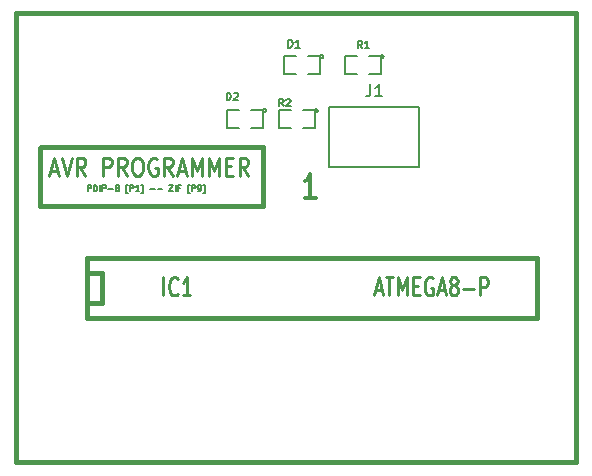
<source format=gto>
G04 (created by PCBNEW-RS274X (2010-00-09 BZR 23xx)-stable) date Sun 16 Oct 2011 03:02:59 PM EDT*
G01*
G70*
G90*
%MOIN*%
G04 Gerber Fmt 3.4, Leading zero omitted, Abs format*
%FSLAX34Y34*%
G04 APERTURE LIST*
%ADD10C,0.006000*%
%ADD11C,0.015000*%
%ADD12C,0.005000*%
%ADD13C,0.010000*%
%ADD14C,0.012000*%
%ADD15C,0.008000*%
%ADD16C,0.011300*%
G04 APERTURE END LIST*
G54D10*
G54D11*
X26060Y-28050D02*
X26060Y-26130D01*
X33490Y-28050D02*
X26060Y-28050D01*
X33490Y-26110D02*
X33490Y-28050D01*
X26090Y-26110D02*
X33490Y-26110D01*
G54D12*
X27636Y-27571D02*
X27636Y-27371D01*
X27712Y-27371D01*
X27731Y-27380D01*
X27740Y-27390D01*
X27750Y-27409D01*
X27750Y-27438D01*
X27740Y-27457D01*
X27731Y-27466D01*
X27712Y-27476D01*
X27636Y-27476D01*
X27836Y-27571D02*
X27836Y-27371D01*
X27883Y-27371D01*
X27912Y-27380D01*
X27931Y-27400D01*
X27940Y-27419D01*
X27950Y-27457D01*
X27950Y-27485D01*
X27940Y-27523D01*
X27931Y-27542D01*
X27912Y-27561D01*
X27883Y-27571D01*
X27836Y-27571D01*
X28036Y-27571D02*
X28036Y-27371D01*
X28131Y-27571D02*
X28131Y-27371D01*
X28207Y-27371D01*
X28226Y-27380D01*
X28235Y-27390D01*
X28245Y-27409D01*
X28245Y-27438D01*
X28235Y-27457D01*
X28226Y-27466D01*
X28207Y-27476D01*
X28131Y-27476D01*
X28331Y-27495D02*
X28483Y-27495D01*
X28607Y-27457D02*
X28588Y-27447D01*
X28579Y-27438D01*
X28569Y-27419D01*
X28569Y-27409D01*
X28579Y-27390D01*
X28588Y-27380D01*
X28607Y-27371D01*
X28645Y-27371D01*
X28664Y-27380D01*
X28674Y-27390D01*
X28683Y-27409D01*
X28683Y-27419D01*
X28674Y-27438D01*
X28664Y-27447D01*
X28645Y-27457D01*
X28607Y-27457D01*
X28588Y-27466D01*
X28579Y-27476D01*
X28569Y-27495D01*
X28569Y-27533D01*
X28579Y-27552D01*
X28588Y-27561D01*
X28607Y-27571D01*
X28645Y-27571D01*
X28664Y-27561D01*
X28674Y-27552D01*
X28683Y-27533D01*
X28683Y-27495D01*
X28674Y-27476D01*
X28664Y-27466D01*
X28645Y-27457D01*
X28978Y-27638D02*
X28930Y-27638D01*
X28930Y-27352D01*
X28978Y-27352D01*
X29054Y-27571D02*
X29054Y-27371D01*
X29130Y-27371D01*
X29149Y-27380D01*
X29158Y-27390D01*
X29168Y-27409D01*
X29168Y-27438D01*
X29158Y-27457D01*
X29149Y-27466D01*
X29130Y-27476D01*
X29054Y-27476D01*
X29358Y-27571D02*
X29244Y-27571D01*
X29301Y-27571D02*
X29301Y-27371D01*
X29282Y-27400D01*
X29263Y-27419D01*
X29244Y-27428D01*
X29425Y-27638D02*
X29472Y-27638D01*
X29472Y-27352D01*
X29425Y-27352D01*
X29729Y-27495D02*
X29881Y-27495D01*
X29977Y-27495D02*
X30129Y-27495D01*
X30358Y-27371D02*
X30491Y-27371D01*
X30358Y-27571D01*
X30491Y-27571D01*
X30567Y-27571D02*
X30567Y-27371D01*
X30728Y-27466D02*
X30662Y-27466D01*
X30662Y-27571D02*
X30662Y-27371D01*
X30757Y-27371D01*
X31042Y-27638D02*
X30994Y-27638D01*
X30994Y-27352D01*
X31042Y-27352D01*
X31118Y-27571D02*
X31118Y-27371D01*
X31194Y-27371D01*
X31213Y-27380D01*
X31222Y-27390D01*
X31232Y-27409D01*
X31232Y-27438D01*
X31222Y-27457D01*
X31213Y-27466D01*
X31194Y-27476D01*
X31118Y-27476D01*
X31327Y-27571D02*
X31365Y-27571D01*
X31384Y-27561D01*
X31394Y-27552D01*
X31413Y-27523D01*
X31422Y-27485D01*
X31422Y-27409D01*
X31413Y-27390D01*
X31403Y-27380D01*
X31384Y-27371D01*
X31346Y-27371D01*
X31327Y-27380D01*
X31318Y-27390D01*
X31308Y-27409D01*
X31308Y-27457D01*
X31318Y-27476D01*
X31327Y-27485D01*
X31346Y-27495D01*
X31384Y-27495D01*
X31403Y-27485D01*
X31413Y-27476D01*
X31422Y-27457D01*
X31489Y-27638D02*
X31536Y-27638D01*
X31536Y-27352D01*
X31489Y-27352D01*
G54D13*
X26392Y-26881D02*
X26630Y-26881D01*
X26345Y-27053D02*
X26511Y-26453D01*
X26678Y-27053D01*
X26774Y-26453D02*
X26940Y-27053D01*
X27107Y-26453D01*
X27560Y-27053D02*
X27393Y-26767D01*
X27274Y-27053D02*
X27274Y-26453D01*
X27465Y-26453D01*
X27512Y-26481D01*
X27536Y-26510D01*
X27560Y-26567D01*
X27560Y-26653D01*
X27536Y-26710D01*
X27512Y-26739D01*
X27465Y-26767D01*
X27274Y-26767D01*
X28155Y-27053D02*
X28155Y-26453D01*
X28346Y-26453D01*
X28393Y-26481D01*
X28417Y-26510D01*
X28441Y-26567D01*
X28441Y-26653D01*
X28417Y-26710D01*
X28393Y-26739D01*
X28346Y-26767D01*
X28155Y-26767D01*
X28941Y-27053D02*
X28774Y-26767D01*
X28655Y-27053D02*
X28655Y-26453D01*
X28846Y-26453D01*
X28893Y-26481D01*
X28917Y-26510D01*
X28941Y-26567D01*
X28941Y-26653D01*
X28917Y-26710D01*
X28893Y-26739D01*
X28846Y-26767D01*
X28655Y-26767D01*
X29250Y-26453D02*
X29346Y-26453D01*
X29393Y-26481D01*
X29441Y-26539D01*
X29465Y-26653D01*
X29465Y-26853D01*
X29441Y-26967D01*
X29393Y-27024D01*
X29346Y-27053D01*
X29250Y-27053D01*
X29203Y-27024D01*
X29155Y-26967D01*
X29131Y-26853D01*
X29131Y-26653D01*
X29155Y-26539D01*
X29203Y-26481D01*
X29250Y-26453D01*
X29941Y-26481D02*
X29893Y-26453D01*
X29822Y-26453D01*
X29750Y-26481D01*
X29703Y-26539D01*
X29679Y-26596D01*
X29655Y-26710D01*
X29655Y-26796D01*
X29679Y-26910D01*
X29703Y-26967D01*
X29750Y-27024D01*
X29822Y-27053D01*
X29870Y-27053D01*
X29941Y-27024D01*
X29965Y-26996D01*
X29965Y-26796D01*
X29870Y-26796D01*
X30465Y-27053D02*
X30298Y-26767D01*
X30179Y-27053D02*
X30179Y-26453D01*
X30370Y-26453D01*
X30417Y-26481D01*
X30441Y-26510D01*
X30465Y-26567D01*
X30465Y-26653D01*
X30441Y-26710D01*
X30417Y-26739D01*
X30370Y-26767D01*
X30179Y-26767D01*
X30655Y-26881D02*
X30893Y-26881D01*
X30608Y-27053D02*
X30774Y-26453D01*
X30941Y-27053D01*
X31108Y-27053D02*
X31108Y-26453D01*
X31275Y-26881D01*
X31441Y-26453D01*
X31441Y-27053D01*
X31679Y-27053D02*
X31679Y-26453D01*
X31846Y-26881D01*
X32012Y-26453D01*
X32012Y-27053D01*
X32250Y-26739D02*
X32417Y-26739D01*
X32488Y-27053D02*
X32250Y-27053D01*
X32250Y-26453D01*
X32488Y-26453D01*
X32988Y-27053D02*
X32821Y-26767D01*
X32702Y-27053D02*
X32702Y-26453D01*
X32893Y-26453D01*
X32940Y-26481D01*
X32964Y-26510D01*
X32988Y-26567D01*
X32988Y-26653D01*
X32964Y-26710D01*
X32940Y-26739D01*
X32893Y-26767D01*
X32702Y-26767D01*
G54D14*
X35232Y-27794D02*
X34889Y-27794D01*
X35061Y-27794D02*
X35061Y-26994D01*
X35004Y-27108D01*
X34946Y-27184D01*
X34889Y-27222D01*
G54D11*
X25260Y-21640D02*
X25270Y-21640D01*
X25260Y-36610D02*
X25260Y-21640D01*
X43910Y-36610D02*
X25260Y-36610D01*
X43910Y-21630D02*
X43910Y-36610D01*
X25280Y-21630D02*
X43910Y-21630D01*
X27600Y-29800D02*
X42600Y-29800D01*
X42600Y-29800D02*
X42600Y-31800D01*
X42600Y-31800D02*
X27600Y-31800D01*
X27600Y-31800D02*
X27600Y-29800D01*
X27600Y-30300D02*
X28100Y-30300D01*
X28100Y-30300D02*
X28100Y-31300D01*
X28100Y-31300D02*
X27600Y-31300D01*
G54D15*
X38690Y-26750D02*
X35690Y-26750D01*
X35690Y-24750D02*
X38690Y-24750D01*
X38690Y-24750D02*
X38690Y-26750D01*
X35690Y-26750D02*
X35690Y-24750D01*
G54D12*
X35300Y-24880D02*
X35299Y-24889D01*
X35296Y-24899D01*
X35291Y-24907D01*
X35285Y-24915D01*
X35277Y-24921D01*
X35269Y-24926D01*
X35260Y-24928D01*
X35250Y-24929D01*
X35241Y-24929D01*
X35232Y-24926D01*
X35223Y-24921D01*
X35216Y-24915D01*
X35209Y-24908D01*
X35205Y-24899D01*
X35202Y-24890D01*
X35201Y-24880D01*
X35201Y-24871D01*
X35204Y-24862D01*
X35208Y-24853D01*
X35215Y-24846D01*
X35222Y-24839D01*
X35230Y-24835D01*
X35240Y-24832D01*
X35249Y-24831D01*
X35258Y-24831D01*
X35268Y-24834D01*
X35276Y-24838D01*
X35284Y-24844D01*
X35290Y-24852D01*
X35295Y-24860D01*
X35298Y-24869D01*
X35299Y-24879D01*
X35300Y-24880D01*
X34800Y-24880D02*
X35200Y-24880D01*
X35200Y-24880D02*
X35200Y-25480D01*
X35200Y-25480D02*
X34800Y-25480D01*
X34400Y-25480D02*
X34000Y-25480D01*
X34000Y-25480D02*
X34000Y-24880D01*
X34000Y-24880D02*
X34400Y-24880D01*
X37500Y-23070D02*
X37499Y-23079D01*
X37496Y-23089D01*
X37491Y-23097D01*
X37485Y-23105D01*
X37477Y-23111D01*
X37469Y-23116D01*
X37460Y-23118D01*
X37450Y-23119D01*
X37441Y-23119D01*
X37432Y-23116D01*
X37423Y-23111D01*
X37416Y-23105D01*
X37409Y-23098D01*
X37405Y-23089D01*
X37402Y-23080D01*
X37401Y-23070D01*
X37401Y-23061D01*
X37404Y-23052D01*
X37408Y-23043D01*
X37415Y-23036D01*
X37422Y-23029D01*
X37430Y-23025D01*
X37440Y-23022D01*
X37449Y-23021D01*
X37458Y-23021D01*
X37468Y-23024D01*
X37476Y-23028D01*
X37484Y-23034D01*
X37490Y-23042D01*
X37495Y-23050D01*
X37498Y-23059D01*
X37499Y-23069D01*
X37500Y-23070D01*
X37000Y-23070D02*
X37400Y-23070D01*
X37400Y-23070D02*
X37400Y-23670D01*
X37400Y-23670D02*
X37000Y-23670D01*
X36600Y-23670D02*
X36200Y-23670D01*
X36200Y-23670D02*
X36200Y-23070D01*
X36200Y-23070D02*
X36600Y-23070D01*
X33590Y-24870D02*
X33589Y-24879D01*
X33586Y-24889D01*
X33581Y-24897D01*
X33575Y-24905D01*
X33567Y-24911D01*
X33559Y-24916D01*
X33550Y-24918D01*
X33540Y-24919D01*
X33531Y-24919D01*
X33522Y-24916D01*
X33513Y-24911D01*
X33506Y-24905D01*
X33499Y-24898D01*
X33495Y-24889D01*
X33492Y-24880D01*
X33491Y-24870D01*
X33491Y-24861D01*
X33494Y-24852D01*
X33498Y-24843D01*
X33505Y-24836D01*
X33512Y-24829D01*
X33520Y-24825D01*
X33530Y-24822D01*
X33539Y-24821D01*
X33548Y-24821D01*
X33558Y-24824D01*
X33566Y-24828D01*
X33574Y-24834D01*
X33580Y-24842D01*
X33585Y-24850D01*
X33588Y-24859D01*
X33589Y-24869D01*
X33590Y-24870D01*
X33090Y-24870D02*
X33490Y-24870D01*
X33490Y-24870D02*
X33490Y-25470D01*
X33490Y-25470D02*
X33090Y-25470D01*
X32690Y-25470D02*
X32290Y-25470D01*
X32290Y-25470D02*
X32290Y-24870D01*
X32290Y-24870D02*
X32690Y-24870D01*
X35480Y-23080D02*
X35479Y-23089D01*
X35476Y-23099D01*
X35471Y-23107D01*
X35465Y-23115D01*
X35457Y-23121D01*
X35449Y-23126D01*
X35440Y-23128D01*
X35430Y-23129D01*
X35421Y-23129D01*
X35412Y-23126D01*
X35403Y-23121D01*
X35396Y-23115D01*
X35389Y-23108D01*
X35385Y-23099D01*
X35382Y-23090D01*
X35381Y-23080D01*
X35381Y-23071D01*
X35384Y-23062D01*
X35388Y-23053D01*
X35395Y-23046D01*
X35402Y-23039D01*
X35410Y-23035D01*
X35420Y-23032D01*
X35429Y-23031D01*
X35438Y-23031D01*
X35448Y-23034D01*
X35456Y-23038D01*
X35464Y-23044D01*
X35470Y-23052D01*
X35475Y-23060D01*
X35478Y-23069D01*
X35479Y-23079D01*
X35480Y-23080D01*
X34980Y-23080D02*
X35380Y-23080D01*
X35380Y-23080D02*
X35380Y-23680D01*
X35380Y-23680D02*
X34980Y-23680D01*
X34580Y-23680D02*
X34180Y-23680D01*
X34180Y-23680D02*
X34180Y-23080D01*
X34180Y-23080D02*
X34580Y-23080D01*
G54D16*
X30161Y-31043D02*
X30161Y-30443D01*
X30632Y-30986D02*
X30611Y-31014D01*
X30547Y-31043D01*
X30504Y-31043D01*
X30439Y-31014D01*
X30397Y-30957D01*
X30375Y-30900D01*
X30354Y-30786D01*
X30354Y-30700D01*
X30375Y-30586D01*
X30397Y-30529D01*
X30439Y-30471D01*
X30504Y-30443D01*
X30547Y-30443D01*
X30611Y-30471D01*
X30632Y-30500D01*
X31061Y-31043D02*
X30804Y-31043D01*
X30932Y-31043D02*
X30932Y-30443D01*
X30889Y-30529D01*
X30847Y-30586D01*
X30804Y-30614D01*
X37225Y-30871D02*
X37439Y-30871D01*
X37182Y-31043D02*
X37332Y-30443D01*
X37482Y-31043D01*
X37568Y-30443D02*
X37825Y-30443D01*
X37696Y-31043D02*
X37696Y-30443D01*
X37975Y-31043D02*
X37975Y-30443D01*
X38125Y-30871D01*
X38275Y-30443D01*
X38275Y-31043D01*
X38489Y-30729D02*
X38639Y-30729D01*
X38703Y-31043D02*
X38489Y-31043D01*
X38489Y-30443D01*
X38703Y-30443D01*
X39132Y-30471D02*
X39089Y-30443D01*
X39025Y-30443D01*
X38960Y-30471D01*
X38918Y-30529D01*
X38896Y-30586D01*
X38875Y-30700D01*
X38875Y-30786D01*
X38896Y-30900D01*
X38918Y-30957D01*
X38960Y-31014D01*
X39025Y-31043D01*
X39068Y-31043D01*
X39132Y-31014D01*
X39153Y-30986D01*
X39153Y-30786D01*
X39068Y-30786D01*
X39325Y-30871D02*
X39539Y-30871D01*
X39282Y-31043D02*
X39432Y-30443D01*
X39582Y-31043D01*
X39796Y-30700D02*
X39754Y-30671D01*
X39732Y-30643D01*
X39711Y-30586D01*
X39711Y-30557D01*
X39732Y-30500D01*
X39754Y-30471D01*
X39796Y-30443D01*
X39882Y-30443D01*
X39925Y-30471D01*
X39946Y-30500D01*
X39968Y-30557D01*
X39968Y-30586D01*
X39946Y-30643D01*
X39925Y-30671D01*
X39882Y-30700D01*
X39796Y-30700D01*
X39754Y-30729D01*
X39732Y-30757D01*
X39711Y-30814D01*
X39711Y-30929D01*
X39732Y-30986D01*
X39754Y-31014D01*
X39796Y-31043D01*
X39882Y-31043D01*
X39925Y-31014D01*
X39946Y-30986D01*
X39968Y-30929D01*
X39968Y-30814D01*
X39946Y-30757D01*
X39925Y-30729D01*
X39882Y-30700D01*
X40161Y-30814D02*
X40504Y-30814D01*
X40718Y-31043D02*
X40718Y-30443D01*
X40890Y-30443D01*
X40932Y-30471D01*
X40954Y-30500D01*
X40975Y-30557D01*
X40975Y-30643D01*
X40954Y-30700D01*
X40932Y-30729D01*
X40890Y-30757D01*
X40718Y-30757D01*
G54D15*
X37057Y-24012D02*
X37057Y-24298D01*
X37037Y-24355D01*
X36999Y-24393D01*
X36942Y-24412D01*
X36904Y-24412D01*
X37457Y-24412D02*
X37228Y-24412D01*
X37342Y-24412D02*
X37342Y-24012D01*
X37304Y-24069D01*
X37266Y-24107D01*
X37228Y-24126D01*
G54D12*
X34168Y-24741D02*
X34085Y-24622D01*
X34026Y-24741D02*
X34026Y-24491D01*
X34121Y-24491D01*
X34145Y-24503D01*
X34156Y-24515D01*
X34168Y-24539D01*
X34168Y-24575D01*
X34156Y-24598D01*
X34145Y-24610D01*
X34121Y-24622D01*
X34026Y-24622D01*
X34264Y-24515D02*
X34276Y-24503D01*
X34299Y-24491D01*
X34359Y-24491D01*
X34383Y-24503D01*
X34395Y-24515D01*
X34406Y-24539D01*
X34406Y-24563D01*
X34395Y-24598D01*
X34252Y-24741D01*
X34406Y-24741D01*
X36788Y-22801D02*
X36705Y-22682D01*
X36646Y-22801D02*
X36646Y-22551D01*
X36741Y-22551D01*
X36765Y-22563D01*
X36776Y-22575D01*
X36788Y-22599D01*
X36788Y-22635D01*
X36776Y-22658D01*
X36765Y-22670D01*
X36741Y-22682D01*
X36646Y-22682D01*
X37026Y-22801D02*
X36884Y-22801D01*
X36955Y-22801D02*
X36955Y-22551D01*
X36931Y-22587D01*
X36907Y-22611D01*
X36884Y-22623D01*
X32266Y-24531D02*
X32266Y-24281D01*
X32325Y-24281D01*
X32361Y-24293D01*
X32385Y-24317D01*
X32396Y-24341D01*
X32408Y-24388D01*
X32408Y-24424D01*
X32396Y-24472D01*
X32385Y-24495D01*
X32361Y-24519D01*
X32325Y-24531D01*
X32266Y-24531D01*
X32504Y-24305D02*
X32516Y-24293D01*
X32539Y-24281D01*
X32599Y-24281D01*
X32623Y-24293D01*
X32635Y-24305D01*
X32646Y-24329D01*
X32646Y-24353D01*
X32635Y-24388D01*
X32492Y-24531D01*
X32646Y-24531D01*
X34326Y-22781D02*
X34326Y-22531D01*
X34385Y-22531D01*
X34421Y-22543D01*
X34445Y-22567D01*
X34456Y-22591D01*
X34468Y-22638D01*
X34468Y-22674D01*
X34456Y-22722D01*
X34445Y-22745D01*
X34421Y-22769D01*
X34385Y-22781D01*
X34326Y-22781D01*
X34706Y-22781D02*
X34564Y-22781D01*
X34635Y-22781D02*
X34635Y-22531D01*
X34611Y-22567D01*
X34587Y-22591D01*
X34564Y-22603D01*
M02*

</source>
